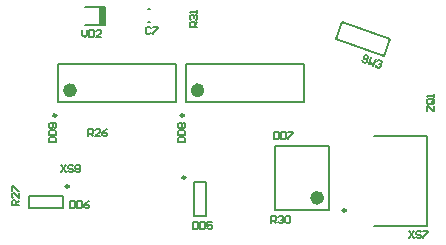
<source format=gto>
G04*
G04 #@! TF.GenerationSoftware,Altium Limited,Altium Designer,20.2.7 (254)*
G04*
G04 Layer_Color=65535*
%FSLAX44Y44*%
%MOMM*%
G71*
G04*
G04 #@! TF.SameCoordinates,3F6D61D9-3C31-45EE-8EE8-91028D45584F*
G04*
G04*
G04 #@! TF.FilePolarity,Positive*
G04*
G01*
G75*
%ADD10C,0.2500*%
%ADD11C,0.6000*%
%ADD12C,0.2000*%
%ADD13C,0.1500*%
%ADD14R,0.5500X1.5500*%
D10*
X66900Y71450D02*
G03*
X66900Y71450I-1250J0D01*
G01*
X165550Y78960D02*
G03*
X165550Y78960I-1250J0D01*
G01*
X301410Y51190D02*
G03*
X301410Y51190I-1250J0D01*
G01*
X164200Y131500D02*
G03*
X164200Y131500I-1250J0D01*
G01*
X56250D02*
G03*
X56250Y131500I-1250J0D01*
G01*
D11*
X280160Y61740D02*
G03*
X280160Y61740I-3000J0D01*
G01*
X178900Y152750D02*
G03*
X178900Y152750I-3000J0D01*
G01*
X70950D02*
G03*
X70950Y152750I-3000J0D01*
G01*
D12*
X33150Y52950D02*
X62150D01*
X33150Y62950D02*
X62150D01*
X33150Y52950D02*
Y62950D01*
X62150Y52950D02*
Y62950D01*
X182800Y46460D02*
Y75460D01*
X172800Y46460D02*
Y75460D01*
Y46460D02*
X182800D01*
X172800Y75460D02*
X182800D01*
X241160Y105740D02*
X287160D01*
X241160Y51740D02*
X287160D01*
X241160D02*
Y105740D01*
X287160Y51740D02*
Y105740D01*
X325120Y38100D02*
X370120D01*
Y114300D01*
X325120D02*
X370120D01*
X292978Y196315D02*
X333554Y181546D01*
X292978Y196315D02*
X298190Y210636D01*
X338766Y195867D01*
X333554Y181546D02*
X338766Y195867D01*
X133620Y221400D02*
X135620D01*
X133620Y210400D02*
X135620D01*
X97400Y208150D02*
Y223650D01*
X80400D02*
X97400D01*
X80400Y208150D02*
X97400D01*
X265900Y142750D02*
Y174750D01*
X165900Y142750D02*
Y174750D01*
X265900D01*
X165900Y142750D02*
X265900D01*
X157950D02*
Y174750D01*
X57950Y142750D02*
Y174750D01*
X157950D01*
X57950Y142750D02*
X157950D01*
D13*
X370423Y135225D02*
X370399Y139223D01*
X371399Y139229D01*
X375421Y135254D01*
X376421Y135260D01*
X376397Y139259D01*
X375362Y145251D02*
X371363Y145227D01*
X370369Y144221D01*
X370381Y142222D01*
X371387Y141228D01*
X375385Y141252D01*
X376379Y142258D01*
X376367Y144257D01*
X374374Y143246D02*
X376361Y145257D01*
X376367Y144257D02*
X375362Y145251D01*
X376349Y147256D02*
X376337Y149256D01*
X376343Y148256D01*
X370345Y148220D01*
X371351Y147226D01*
X60583Y89359D02*
X64581Y83361D01*
Y89359D02*
X60583Y83361D01*
X70579Y88359D02*
X69580Y89359D01*
X67580D01*
X66581Y88359D01*
Y87360D01*
X67580Y86360D01*
X69580D01*
X70579Y85360D01*
Y84361D01*
X69580Y83361D01*
X67580D01*
X66581Y84361D01*
X72579Y88359D02*
X73578Y89359D01*
X75578D01*
X76577Y88359D01*
Y87360D01*
X75578Y86360D01*
X76577Y85360D01*
Y84361D01*
X75578Y83361D01*
X73578D01*
X72579Y84361D01*
Y85360D01*
X73578Y86360D01*
X72579Y87360D01*
Y88359D01*
X73578Y86360D02*
X75578D01*
X355223Y33479D02*
X359221Y27481D01*
Y33479D02*
X355223Y27481D01*
X365219Y32479D02*
X364220Y33479D01*
X362220D01*
X361221Y32479D01*
Y31480D01*
X362220Y30480D01*
X364220D01*
X365219Y29480D01*
Y28481D01*
X364220Y27481D01*
X362220D01*
X361221Y28481D01*
X367219Y33479D02*
X371217D01*
Y32479D01*
X367219Y28481D01*
Y27481D01*
X78363Y203659D02*
Y199660D01*
X80362Y197661D01*
X82361Y199660D01*
Y203659D01*
X84361D02*
Y197661D01*
X87360D01*
X88359Y198661D01*
Y202659D01*
X87360Y203659D01*
X84361D01*
X94357Y197661D02*
X90359D01*
X94357Y201660D01*
Y202659D01*
X93358Y203659D01*
X91358D01*
X90359Y202659D01*
X320676Y180460D02*
X320079Y181741D01*
X318200Y182425D01*
X316918Y181827D01*
X316576Y180888D01*
X317174Y179607D01*
X319053Y178923D01*
X319650Y177642D01*
X319308Y176702D01*
X318027Y176105D01*
X316148Y176789D01*
X315551Y178070D01*
X322897Y180715D02*
X320845Y175079D01*
X323408Y176274D01*
X324603Y173711D01*
X326654Y179348D01*
X328191Y177724D02*
X329472Y178322D01*
X331351Y177638D01*
X331949Y176357D01*
X331607Y175417D01*
X330325Y174820D01*
X329386Y175162D01*
X330325Y174820D01*
X330923Y173539D01*
X330581Y172599D01*
X329300Y172002D01*
X327421Y172686D01*
X326823Y173967D01*
X175761Y206380D02*
X169763Y206345D01*
X169745Y209343D01*
X170739Y210349D01*
X172738Y210361D01*
X173743Y209367D01*
X173761Y206368D01*
X173749Y208368D02*
X175737Y210379D01*
X170727Y212348D02*
X169721Y213342D01*
X169709Y215341D01*
X170703Y216347D01*
X171702Y216353D01*
X172708Y215359D01*
X172714Y214360D01*
X172708Y215359D01*
X173702Y216365D01*
X174701Y216371D01*
X175707Y215377D01*
X175719Y213378D01*
X174725Y212372D01*
X175689Y218376D02*
X175677Y220375D01*
X175683Y219376D01*
X169685Y219340D01*
X170691Y218346D01*
X238383Y40181D02*
Y46179D01*
X241382D01*
X242381Y45179D01*
Y43180D01*
X241382Y42180D01*
X238383D01*
X240382D02*
X242381Y40181D01*
X244381Y45179D02*
X245380Y46179D01*
X247380D01*
X248379Y45179D01*
Y44180D01*
X247380Y43180D01*
X246380D01*
X247380D01*
X248379Y42180D01*
Y41181D01*
X247380Y40181D01*
X245380D01*
X244381Y41181D01*
X250379Y45179D02*
X251378Y46179D01*
X253378D01*
X254377Y45179D01*
Y41181D01*
X253378Y40181D01*
X251378D01*
X250379Y41181D01*
Y45179D01*
X24427Y55444D02*
X18430Y55565D01*
X18491Y58563D01*
X19510Y59542D01*
X21509Y59502D01*
X22489Y58482D01*
X22428Y55484D01*
X22468Y57483D02*
X24508Y59442D01*
X24629Y65438D02*
X24548Y61441D01*
X20631Y65519D01*
X19631Y65539D01*
X18612Y64560D01*
X18571Y62561D01*
X19551Y61541D01*
X18672Y67558D02*
X18753Y71556D01*
X19753Y71536D01*
X23670Y67457D01*
X24669Y67437D01*
X83443Y113841D02*
Y119839D01*
X86442D01*
X87441Y118839D01*
Y116840D01*
X86442Y115840D01*
X83443D01*
X85442D02*
X87441Y113841D01*
X93439D02*
X89441D01*
X93439Y117840D01*
Y118839D01*
X92440Y119839D01*
X90440D01*
X89441Y118839D01*
X99437Y119839D02*
X97438Y118839D01*
X95439Y116840D01*
Y114841D01*
X96438Y113841D01*
X98438D01*
X99437Y114841D01*
Y115840D01*
X98438Y116840D01*
X95439D01*
X50348Y108840D02*
X56346Y108845D01*
X56343Y111844D01*
X55343Y112843D01*
X51344Y112840D01*
X50345Y111839D01*
X50348Y108840D01*
X50343Y114838D02*
X56341Y114843D01*
X56338Y117842D01*
X55338Y118841D01*
X51339Y118838D01*
X50340Y117837D01*
X50343Y114838D01*
X55336Y120840D02*
X56335Y121841D01*
X56333Y123840D01*
X55333Y124839D01*
X51334Y124836D01*
X50335Y123835D01*
X50337Y121836D01*
X51337Y120837D01*
X52337Y120838D01*
X53336Y121838D01*
X53333Y124837D01*
X159600Y108828D02*
X165598Y108857D01*
X165583Y111856D01*
X164579Y112851D01*
X160580Y112832D01*
X159585Y111827D01*
X159600Y108828D01*
X159571Y114826D02*
X165569Y114855D01*
X165554Y117854D01*
X164550Y118849D01*
X160551Y118830D01*
X159556Y117825D01*
X159571Y114826D01*
X160541Y120829D02*
X159537Y121824D01*
X159527Y123823D01*
X160522Y124828D01*
X161521Y124832D01*
X162526Y123838D01*
X163521Y124842D01*
X164520Y124847D01*
X165525Y123852D01*
X165535Y121853D01*
X164540Y120848D01*
X163540Y120843D01*
X162536Y121838D01*
X161541Y120834D01*
X160541Y120829D01*
X162536Y121838D02*
X162526Y123838D01*
X240923Y117299D02*
Y111301D01*
X243922D01*
X244921Y112301D01*
Y116299D01*
X243922Y117299D01*
X240923D01*
X246921D02*
Y111301D01*
X249920D01*
X250919Y112301D01*
Y116299D01*
X249920Y117299D01*
X246921D01*
X252919D02*
X256917D01*
Y116299D01*
X252919Y112301D01*
Y111301D01*
X68203Y58879D02*
Y52881D01*
X71202D01*
X72201Y53881D01*
Y57879D01*
X71202Y58879D01*
X68203D01*
X74201D02*
Y52881D01*
X77200D01*
X78199Y53881D01*
Y57879D01*
X77200Y58879D01*
X74201D01*
X84197D02*
X82198Y57879D01*
X80199Y55880D01*
Y53881D01*
X81198Y52881D01*
X83198D01*
X84197Y53881D01*
Y54880D01*
X83198Y55880D01*
X80199D01*
X172343Y41099D02*
Y35101D01*
X175342D01*
X176341Y36101D01*
Y40099D01*
X175342Y41099D01*
X172343D01*
X178341D02*
Y35101D01*
X181340D01*
X182339Y36101D01*
Y40099D01*
X181340Y41099D01*
X178341D01*
X188337D02*
X184339D01*
Y38100D01*
X186338Y39100D01*
X187338D01*
X188337Y38100D01*
Y36101D01*
X187338Y35101D01*
X185338D01*
X184339Y36101D01*
X136160Y205199D02*
X135161Y206199D01*
X133161D01*
X132162Y205199D01*
Y201201D01*
X133161Y200201D01*
X135161D01*
X136160Y201201D01*
X138160Y206199D02*
X142158D01*
Y205199D01*
X138160Y201201D01*
Y200201D01*
D14*
X94650Y215900D02*
D03*
M02*

</source>
